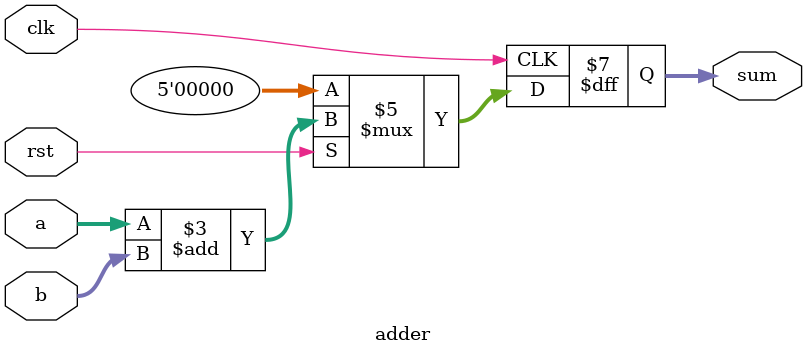
<source format=v>
module adder (
    input wire clk,
    input wire rst,
    input wire [3:0] a,
    input wire [3:0] b,
    output reg [4:0] sum
);

always @(posedge clk) begin
    if (!rst) begin
        sum <= 5'b00000; // Reset state
    end
    else begin
        sum <= a + b; // Add a and b when not in reset
    end
end

endmodule

</source>
